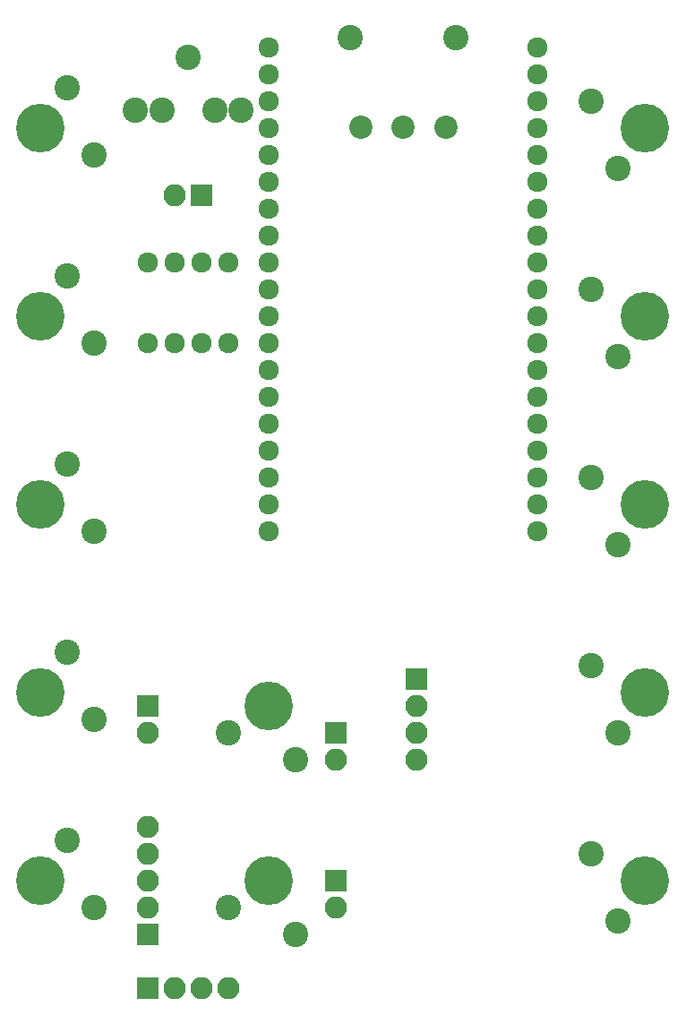
<source format=gbs>
G04 #@! TF.FileFunction,Soldermask,Bot*
%FSLAX46Y46*%
G04 Gerber Fmt 4.6, Leading zero omitted, Abs format (unit mm)*
G04 Created by KiCad (PCBNEW 4.0.1-stable) date 2020/05/24 23:31:30*
%MOMM*%
G01*
G04 APERTURE LIST*
%ADD10C,0.100000*%
%ADD11C,1.924000*%
%ADD12C,2.400000*%
%ADD13C,2.200000*%
%ADD14C,4.600000*%
%ADD15R,2.100000X2.100000*%
%ADD16O,2.100000X2.100000*%
G04 APERTURE END LIST*
D10*
D11*
X140970000Y-85090000D03*
X166370000Y-85090000D03*
X140970000Y-87630000D03*
X140970000Y-90170000D03*
X140970000Y-92710000D03*
X140970000Y-95250000D03*
X140970000Y-97790000D03*
X140970000Y-82550000D03*
X140970000Y-80010000D03*
X140970000Y-77470000D03*
X140970000Y-74930000D03*
X140970000Y-72390000D03*
X140970000Y-69850000D03*
X140970000Y-67310000D03*
X140970000Y-100330000D03*
X140970000Y-102870000D03*
X140970000Y-64770000D03*
X140970000Y-105410000D03*
X140970000Y-107950000D03*
X140970000Y-62230000D03*
X166370000Y-62230000D03*
X166370000Y-64770000D03*
X166370000Y-67310000D03*
X166370000Y-69850000D03*
X166370000Y-72390000D03*
X166370000Y-74930000D03*
X166370000Y-77470000D03*
X166370000Y-80010000D03*
X166370000Y-82550000D03*
X166370000Y-87630000D03*
X166370000Y-90170000D03*
X166370000Y-92710000D03*
X166370000Y-95250000D03*
X166370000Y-97790000D03*
X166370000Y-100330000D03*
X166370000Y-102870000D03*
X166370000Y-105410000D03*
X166370000Y-107950000D03*
D12*
X158670000Y-61230000D03*
D13*
X157670000Y-69730000D03*
X153670000Y-69730000D03*
X149670000Y-69730000D03*
D12*
X148670000Y-61230000D03*
X121920000Y-66040000D03*
X124460000Y-72390000D03*
D14*
X119380000Y-69850000D03*
D15*
X129540000Y-151130000D03*
D16*
X132080000Y-151130000D03*
X134620000Y-151130000D03*
X137160000Y-151130000D03*
D15*
X134620000Y-76200000D03*
D16*
X132080000Y-76200000D03*
D12*
X133350000Y-63120000D03*
X138350000Y-68120000D03*
X135850000Y-68120000D03*
X130850000Y-68120000D03*
X128350000Y-68120000D03*
X121920000Y-83820000D03*
X124460000Y-90170000D03*
D14*
X119380000Y-87630000D03*
D12*
X121920000Y-101600000D03*
X124460000Y-107950000D03*
D14*
X119380000Y-105410000D03*
D12*
X121920000Y-119380000D03*
X124460000Y-125730000D03*
D14*
X119380000Y-123190000D03*
D12*
X121920000Y-137160000D03*
X124460000Y-143510000D03*
D14*
X119380000Y-140970000D03*
D12*
X173990000Y-73660000D03*
X171450000Y-67310000D03*
D14*
X176530000Y-69850000D03*
D12*
X173990000Y-91440000D03*
X171450000Y-85090000D03*
D14*
X176530000Y-87630000D03*
D12*
X173990000Y-109220000D03*
X171450000Y-102870000D03*
D14*
X176530000Y-105410000D03*
D12*
X173990000Y-127000000D03*
X171450000Y-120650000D03*
D14*
X176530000Y-123190000D03*
D12*
X173990000Y-144780000D03*
X171450000Y-138430000D03*
D14*
X176530000Y-140970000D03*
D12*
X137160000Y-143510000D03*
X143510000Y-146050000D03*
D14*
X140970000Y-140970000D03*
D12*
X137160000Y-127000000D03*
X143510000Y-129540000D03*
D14*
X140970000Y-124460000D03*
D15*
X129540000Y-124460000D03*
D16*
X129540000Y-127000000D03*
D15*
X147320000Y-127000000D03*
D16*
X147320000Y-129540000D03*
D15*
X147320000Y-140970000D03*
D16*
X147320000Y-143510000D03*
D15*
X154940000Y-121920000D03*
D16*
X154940000Y-124460000D03*
X154940000Y-127000000D03*
X154940000Y-129540000D03*
D11*
X137160000Y-90170000D03*
X134620000Y-90170000D03*
X132080000Y-90170000D03*
X129540000Y-90170000D03*
X137160000Y-82550000D03*
X134620000Y-82550000D03*
X132080000Y-82550000D03*
X129540000Y-82550000D03*
D15*
X129540000Y-146050000D03*
D16*
X129540000Y-143510000D03*
X129540000Y-140970000D03*
X129540000Y-138430000D03*
X129540000Y-135890000D03*
M02*

</source>
